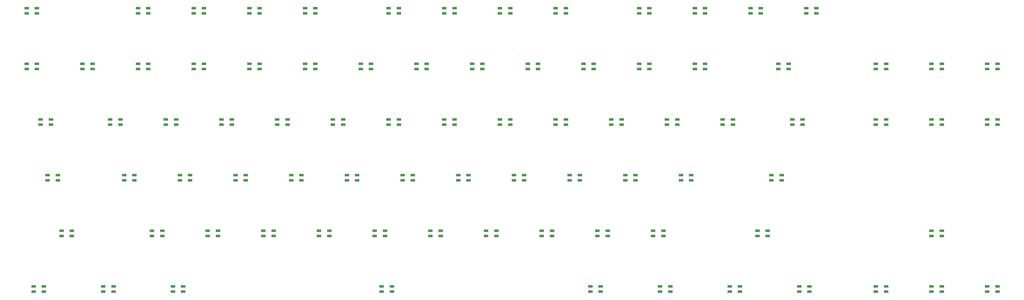
<source format=gbr>
%TF.GenerationSoftware,KiCad,Pcbnew,9.0.3*%
%TF.CreationDate,2025-08-10T19:31:49+02:00*%
%TF.ProjectId,Lucenox,4c756365-6e6f-4782-9e6b-696361645f70,rev?*%
%TF.SameCoordinates,Original*%
%TF.FileFunction,Paste,Top*%
%TF.FilePolarity,Positive*%
%FSLAX46Y46*%
G04 Gerber Fmt 4.6, Leading zero omitted, Abs format (unit mm)*
G04 Created by KiCad (PCBNEW 9.0.3) date 2025-08-10 19:31:49*
%MOMM*%
%LPD*%
G01*
G04 APERTURE LIST*
%ADD10R,1.600000X0.850000*%
G04 APERTURE END LIST*
D10*
%TO.C,LED71*%
X268830000Y-127725000D03*
X268830000Y-129475000D03*
X272330000Y-129475000D03*
X272330000Y-127725000D03*
%TD*%
%TO.C,LED56*%
X221205000Y-108675000D03*
X221205000Y-110425000D03*
X224705000Y-110425000D03*
X224705000Y-108675000D03*
%TD*%
%TO.C,LED1*%
X54517500Y-51525000D03*
X54517500Y-53275000D03*
X58017500Y-53275000D03*
X58017500Y-51525000D03*
%TD*%
%TO.C,LED78*%
X247398800Y-146775000D03*
X247398800Y-148525000D03*
X250898800Y-148525000D03*
X250898800Y-146775000D03*
%TD*%
%TO.C,LED81*%
X318836300Y-146775000D03*
X318836300Y-148525000D03*
X322336300Y-148525000D03*
X322336300Y-146775000D03*
%TD*%
%TO.C,LED41*%
X254542500Y-89625000D03*
X254542500Y-91375000D03*
X258042500Y-91375000D03*
X258042500Y-89625000D03*
%TD*%
%TO.C,LED16*%
X92617500Y-70575000D03*
X92617500Y-72325000D03*
X96117500Y-72325000D03*
X96117500Y-70575000D03*
%TD*%
%TO.C,LED65*%
X154530000Y-127725000D03*
X154530000Y-129475000D03*
X158030000Y-129475000D03*
X158030000Y-127725000D03*
%TD*%
%TO.C,LED30*%
X383130000Y-70575000D03*
X383130000Y-72325000D03*
X386630000Y-72325000D03*
X386630000Y-70575000D03*
%TD*%
%TO.C,LED24*%
X245017500Y-70575000D03*
X245017500Y-72325000D03*
X248517500Y-72325000D03*
X248517500Y-70575000D03*
%TD*%
%TO.C,LED33*%
X102142500Y-89625000D03*
X102142500Y-91375000D03*
X105642500Y-91375000D03*
X105642500Y-89625000D03*
%TD*%
%TO.C,LED35*%
X140242500Y-89625000D03*
X140242500Y-91375000D03*
X143742500Y-91375000D03*
X143742500Y-89625000D03*
%TD*%
%TO.C,LED73*%
X364080000Y-127725000D03*
X364080000Y-129475000D03*
X367580000Y-129475000D03*
X367580000Y-127725000D03*
%TD*%
%TO.C,LED4*%
X130717500Y-51525000D03*
X130717500Y-53275000D03*
X134217500Y-53275000D03*
X134217500Y-51525000D03*
%TD*%
%TO.C,LED15*%
X73567500Y-70575000D03*
X73567500Y-72325000D03*
X77067500Y-72325000D03*
X77067500Y-70575000D03*
%TD*%
%TO.C,LED62*%
X97380000Y-127725000D03*
X97380000Y-129475000D03*
X100880000Y-129475000D03*
X100880000Y-127725000D03*
%TD*%
%TO.C,LED42*%
X273592500Y-89625000D03*
X273592500Y-91375000D03*
X277092500Y-91375000D03*
X277092500Y-89625000D03*
%TD*%
%TO.C,LED46*%
X364080000Y-89625000D03*
X364080000Y-91375000D03*
X367580000Y-91375000D03*
X367580000Y-89625000D03*
%TD*%
%TO.C,LED14*%
X54517500Y-70575000D03*
X54517500Y-72325000D03*
X58017500Y-72325000D03*
X58017500Y-70575000D03*
%TD*%
%TO.C,LED2*%
X92617500Y-51525000D03*
X92617500Y-53275000D03*
X96117500Y-53275000D03*
X96117500Y-51525000D03*
%TD*%
%TO.C,LED32*%
X83092500Y-89625000D03*
X83092500Y-91375000D03*
X86592500Y-91375000D03*
X86592500Y-89625000D03*
%TD*%
%TO.C,LED23*%
X225967500Y-70575000D03*
X225967500Y-72325000D03*
X229467500Y-72325000D03*
X229467500Y-70575000D03*
%TD*%
%TO.C,LED47*%
X383130000Y-89625000D03*
X383130000Y-91375000D03*
X386630000Y-91375000D03*
X386630000Y-89625000D03*
%TD*%
%TO.C,LED13*%
X321217500Y-51525000D03*
X321217500Y-53275000D03*
X324717500Y-53275000D03*
X324717500Y-51525000D03*
%TD*%
%TO.C,LED66*%
X173580000Y-127725000D03*
X173580000Y-129475000D03*
X177080000Y-129475000D03*
X177080000Y-127725000D03*
%TD*%
%TO.C,LED50*%
X106905000Y-108675000D03*
X106905000Y-110425000D03*
X110405000Y-110425000D03*
X110405000Y-108675000D03*
%TD*%
%TO.C,LED82*%
X345030000Y-146775000D03*
X345030000Y-148525000D03*
X348530000Y-148525000D03*
X348530000Y-146775000D03*
%TD*%
%TO.C,LED20*%
X168817500Y-70575000D03*
X168817500Y-72325000D03*
X172317500Y-72325000D03*
X172317500Y-70575000D03*
%TD*%
%TO.C,LED49*%
X87855000Y-108675000D03*
X87855000Y-110425000D03*
X91355000Y-110425000D03*
X91355000Y-108675000D03*
%TD*%
%TO.C,LED60*%
X309311300Y-108675000D03*
X309311300Y-110425000D03*
X312811300Y-110425000D03*
X312811300Y-108675000D03*
%TD*%
%TO.C,LED7*%
X197392500Y-51525000D03*
X197392500Y-53275000D03*
X200892500Y-53275000D03*
X200892500Y-51525000D03*
%TD*%
%TO.C,LED5*%
X149767500Y-51525000D03*
X149767500Y-53275000D03*
X153267500Y-53275000D03*
X153267500Y-51525000D03*
%TD*%
%TO.C,LED11*%
X283117500Y-51525000D03*
X283117500Y-53275000D03*
X286617500Y-53275000D03*
X286617500Y-51525000D03*
%TD*%
%TO.C,LED63*%
X116430000Y-127725000D03*
X116430000Y-129475000D03*
X119930000Y-129475000D03*
X119930000Y-127725000D03*
%TD*%
%TO.C,LED79*%
X271211300Y-146775000D03*
X271211300Y-148525000D03*
X274711300Y-148525000D03*
X274711300Y-146775000D03*
%TD*%
%TO.C,LED74*%
X56898800Y-146775000D03*
X56898800Y-148525000D03*
X60398800Y-148525000D03*
X60398800Y-146775000D03*
%TD*%
%TO.C,LED21*%
X187867500Y-70575000D03*
X187867500Y-72325000D03*
X191367500Y-72325000D03*
X191367500Y-70575000D03*
%TD*%
%TO.C,LED69*%
X230730000Y-127725000D03*
X230730000Y-129475000D03*
X234230000Y-129475000D03*
X234230000Y-127725000D03*
%TD*%
%TO.C,LED59*%
X278355000Y-108675000D03*
X278355000Y-110425000D03*
X281855000Y-110425000D03*
X281855000Y-108675000D03*
%TD*%
%TO.C,LED57*%
X240255000Y-108675000D03*
X240255000Y-110425000D03*
X243755000Y-110425000D03*
X243755000Y-108675000D03*
%TD*%
%TO.C,LED10*%
X264067500Y-51525000D03*
X264067500Y-53275000D03*
X267567500Y-53275000D03*
X267567500Y-51525000D03*
%TD*%
%TO.C,LED37*%
X178342500Y-89625000D03*
X178342500Y-91375000D03*
X181842500Y-91375000D03*
X181842500Y-89625000D03*
%TD*%
%TO.C,LED3*%
X111667500Y-51525000D03*
X111667500Y-53275000D03*
X115167500Y-53275000D03*
X115167500Y-51525000D03*
%TD*%
%TO.C,LED84*%
X383130000Y-146775000D03*
X383130000Y-148525000D03*
X386630000Y-148525000D03*
X386630000Y-146775000D03*
%TD*%
%TO.C,LED55*%
X202155000Y-108675000D03*
X202155000Y-110425000D03*
X205655000Y-110425000D03*
X205655000Y-108675000D03*
%TD*%
%TO.C,LED6*%
X178342500Y-51525000D03*
X178342500Y-53275000D03*
X181842500Y-53275000D03*
X181842500Y-51525000D03*
%TD*%
%TO.C,LED29*%
X364080000Y-70575000D03*
X364080000Y-72325000D03*
X367580000Y-72325000D03*
X367580000Y-70575000D03*
%TD*%
%TO.C,LED22*%
X206917500Y-70575000D03*
X206917500Y-72325000D03*
X210417500Y-72325000D03*
X210417500Y-70575000D03*
%TD*%
%TO.C,LED68*%
X211680000Y-127725000D03*
X211680000Y-129475000D03*
X215180000Y-129475000D03*
X215180000Y-127725000D03*
%TD*%
%TO.C,LED39*%
X216442500Y-89625000D03*
X216442500Y-91375000D03*
X219942500Y-91375000D03*
X219942500Y-89625000D03*
%TD*%
%TO.C,LED27*%
X311692500Y-70575000D03*
X311692500Y-72325000D03*
X315192500Y-72325000D03*
X315192500Y-70575000D03*
%TD*%
%TO.C,LED45*%
X345030000Y-89625000D03*
X345030000Y-91375000D03*
X348530000Y-91375000D03*
X348530000Y-89625000D03*
%TD*%
%TO.C,LED61*%
X66423800Y-127725000D03*
X66423800Y-129475000D03*
X69923800Y-129475000D03*
X69923800Y-127725000D03*
%TD*%
%TO.C,LED38*%
X197392500Y-89625000D03*
X197392500Y-91375000D03*
X200892500Y-91375000D03*
X200892500Y-89625000D03*
%TD*%
%TO.C,LED25*%
X264067500Y-70575000D03*
X264067500Y-72325000D03*
X267567500Y-72325000D03*
X267567500Y-70575000D03*
%TD*%
%TO.C,LED83*%
X364080000Y-146775000D03*
X364080000Y-148525000D03*
X367580000Y-148525000D03*
X367580000Y-146775000D03*
%TD*%
%TO.C,LED53*%
X164055000Y-108675000D03*
X164055000Y-110425000D03*
X167555000Y-110425000D03*
X167555000Y-108675000D03*
%TD*%
%TO.C,LED17*%
X111667500Y-70575000D03*
X111667500Y-72325000D03*
X115167500Y-72325000D03*
X115167500Y-70575000D03*
%TD*%
%TO.C,LED8*%
X216442500Y-51525000D03*
X216442500Y-53275000D03*
X219942500Y-53275000D03*
X219942500Y-51525000D03*
%TD*%
%TO.C,LED19*%
X149767500Y-70575000D03*
X149767500Y-72325000D03*
X153267500Y-72325000D03*
X153267500Y-70575000D03*
%TD*%
%TO.C,LED58*%
X259305000Y-108675000D03*
X259305000Y-110425000D03*
X262805000Y-110425000D03*
X262805000Y-108675000D03*
%TD*%
%TO.C,LED54*%
X183105000Y-108675000D03*
X183105000Y-110425000D03*
X186605000Y-110425000D03*
X186605000Y-108675000D03*
%TD*%
%TO.C,LED75*%
X80711300Y-146775000D03*
X80711300Y-148525000D03*
X84211300Y-148525000D03*
X84211300Y-146775000D03*
%TD*%
%TO.C,LED77*%
X175961300Y-146775000D03*
X175961300Y-148525000D03*
X179461300Y-148525000D03*
X179461300Y-146775000D03*
%TD*%
%TO.C,LED28*%
X345030000Y-70575000D03*
X345030000Y-72325000D03*
X348530000Y-72325000D03*
X348530000Y-70575000D03*
%TD*%
%TO.C,LED36*%
X159292500Y-89625000D03*
X159292500Y-91375000D03*
X162792500Y-91375000D03*
X162792500Y-89625000D03*
%TD*%
%TO.C,LED52*%
X145005000Y-108675000D03*
X145005000Y-110425000D03*
X148505000Y-110425000D03*
X148505000Y-108675000D03*
%TD*%
%TO.C,LED67*%
X192630000Y-127725000D03*
X192630000Y-129475000D03*
X196130000Y-129475000D03*
X196130000Y-127725000D03*
%TD*%
%TO.C,LED26*%
X283117500Y-70575000D03*
X283117500Y-72325000D03*
X286617500Y-72325000D03*
X286617500Y-70575000D03*
%TD*%
%TO.C,LED76*%
X104523800Y-146775000D03*
X104523800Y-148525000D03*
X108023800Y-148525000D03*
X108023800Y-146775000D03*
%TD*%
%TO.C,LED70*%
X249780000Y-127725000D03*
X249780000Y-129475000D03*
X253280000Y-129475000D03*
X253280000Y-127725000D03*
%TD*%
%TO.C,LED9*%
X235492500Y-51525000D03*
X235492500Y-53275000D03*
X238992500Y-53275000D03*
X238992500Y-51525000D03*
%TD*%
%TO.C,LED40*%
X235492500Y-89625000D03*
X235492500Y-91375000D03*
X238992500Y-91375000D03*
X238992500Y-89625000D03*
%TD*%
%TO.C,LED34*%
X121192500Y-89625000D03*
X121192500Y-91375000D03*
X124692500Y-91375000D03*
X124692500Y-89625000D03*
%TD*%
%TO.C,LED18*%
X130717500Y-70575000D03*
X130717500Y-72325000D03*
X134217500Y-72325000D03*
X134217500Y-70575000D03*
%TD*%
%TO.C,LED48*%
X61661300Y-108675000D03*
X61661300Y-110425000D03*
X65161300Y-110425000D03*
X65161300Y-108675000D03*
%TD*%
%TO.C,LED44*%
X316455000Y-89625000D03*
X316455000Y-91375000D03*
X319955000Y-91375000D03*
X319955000Y-89625000D03*
%TD*%
%TO.C,LED31*%
X59280000Y-89625000D03*
X59280000Y-91375000D03*
X62780000Y-91375000D03*
X62780000Y-89625000D03*
%TD*%
%TO.C,LED80*%
X295023800Y-146775000D03*
X295023800Y-148525000D03*
X298523800Y-148525000D03*
X298523800Y-146775000D03*
%TD*%
%TO.C,LED43*%
X292642500Y-89625000D03*
X292642500Y-91375000D03*
X296142500Y-91375000D03*
X296142500Y-89625000D03*
%TD*%
%TO.C,LED12*%
X302167500Y-51525000D03*
X302167500Y-53275000D03*
X305667500Y-53275000D03*
X305667500Y-51525000D03*
%TD*%
%TO.C,LED64*%
X135480000Y-127725000D03*
X135480000Y-129475000D03*
X138980000Y-129475000D03*
X138980000Y-127725000D03*
%TD*%
%TO.C,LED51*%
X125955000Y-108675000D03*
X125955000Y-110425000D03*
X129455000Y-110425000D03*
X129455000Y-108675000D03*
%TD*%
%TO.C,LED72*%
X304548800Y-127725000D03*
X304548800Y-129475000D03*
X308048800Y-129475000D03*
X308048800Y-127725000D03*
%TD*%
M02*

</source>
